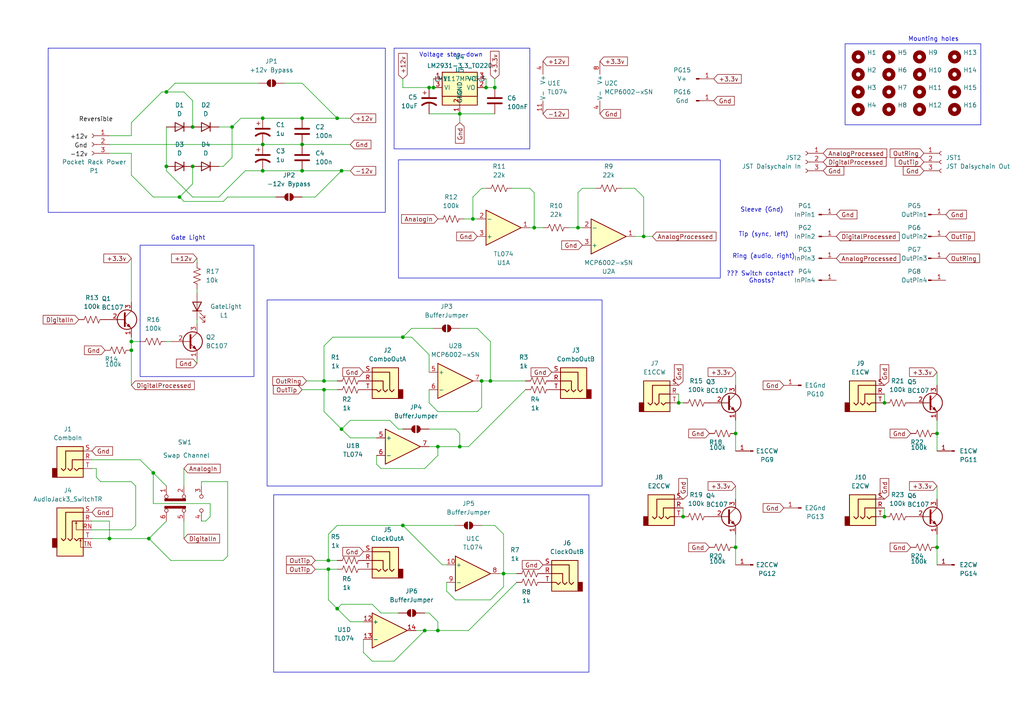
<source format=kicad_sch>
(kicad_sch (version 20231120) (generator "eeschema") (generator_version "8.0")
  (paper "A4")
  (lib_symbols
    (symbol "Amplifier_Operational:MCP6002-xSN" (pin_names (offset 0.127))
      (property "Reference" "U" (at 0 5.08 0))
      (property "Value" "MCP6002-xSN" (at 0 -5.08 0))
      (symbol "MCP6002-xSN_1_1"
        (pin output line (at 7.62 0 180) (length 2.54) (name "~") (number "1"))
        (pin input line (at -7.62 -2.54 0) (length 2.54) (name "-") (number "2"))
        (pin input line (at -7.62 2.54 0) (length 2.54) (name "+") (number "3"))
      )
      (symbol "MCP6002-xSN_2_1"
        (pin input line (at -7.62 2.54 0) (length 2.54) (name "+") (number "5"))
        (pin input line (at -7.62 -2.54 0) (length 2.54) (name "-") (number "6"))
        (pin output line (at 7.62 0 180) (length 2.54) (name "~") (number "7"))
      )
      (symbol "MCP6002-xSN_3_1"
        (pin power_in line (at -2.54 -7.62 90) (length 3.81) (name "V-") (number "4"))
        (pin power_in line (at -2.54 7.62 270) (length 3.81) (name "V+") (number "8"))
      )
    )
    (symbol "Amplifier_Operational:TL074" (pin_names (offset 0.127))
      (property "Reference" "U" (at 0 5.08 0))
      (property "Value" "TL074" (at 0 -5.08 0))
      (symbol "TL074_1_1"
        (pin output line (at 7.62 0 180) (length 2.54) (name "~") (number "1"))
        (pin input line (at -7.62 -2.54 0) (length 2.54) (name "-") (number "2"))
        (pin input line (at -7.62 2.54 0) (length 2.54) (name "+") (number "3"))
      )
      (symbol "TL074_2_1"
        (pin input line (at -7.62 2.54 0) (length 2.54) (name "+") (number "5"))
        (pin input line (at -7.62 -2.54 0) (length 2.54) (name "-") (number "6"))
        (pin output line (at 7.62 0 180) (length 2.54) (name "~") (number "7"))
      )
      (symbol "TL074_3_1"
        (pin input line (at -7.62 2.54 0) (length 2.54) (name "+") (number "10"))
        (pin output line (at 7.62 0 180) (length 2.54) (name "~") (number "8"))
        (pin input line (at -7.62 -2.54 0) (length 2.54) (name "-") (number "9"))
      )
      (symbol "TL074_4_1"
        (pin input line (at -7.62 2.54 0) (length 2.54) (name "+") (number "12"))
        (pin input line (at -7.62 -2.54 0) (length 2.54) (name "-") (number "13"))
        (pin output line (at 7.62 0 180) (length 2.54) (name "~") (number "14"))
      )
      (symbol "TL074_5_1"
        (pin power_in line (at -2.54 -7.62 90) (length 3.81) (name "V-") (number "11"))
        (pin power_in line (at -2.54 7.62 270) (length 3.81) (name "V+") (number "4"))
      )
    )
    (symbol "Connector:Conn_01x01_Pin" (pin_names (offset 1.016) hide)
      (property "Reference" "J" (at 0 2.54 0))
      (property "Value" "Conn_01x01_Pin" (at 0 -2.54 0))
      (symbol "Conn_01x01_Pin_1_1"
        (pin passive line (at 5.08 0 180) (length 3.81) (name "Pin_1") (number "1"))
      )
    )
    (symbol "Connector:Conn_01x03_Socket" (pin_names (offset 1.016) hide)
      (property "Reference" "J" (at 0 5.08 0))
      (property "Value" "Conn_01x03_Socket" (at 0 -5.08 0))
      (symbol "Conn_01x03_Socket_1_1"
        (pin passive line (at -5.08 2.54 0) (length 3.81) (name "Pin_1") (number "1"))
        (pin passive line (at -5.08 0 0) (length 3.81) (name "Pin_2") (number "2"))
        (pin passive line (at -5.08 -2.54 0) (length 3.81) (name "Pin_3") (number "3"))
      )
    )
    (symbol "Connector_Audio:AudioJack3"
      (property "Reference" "J" (at 0 8.89 0))
      (property "Value" "AudioJack3" (at 0 6.35 0))
      (symbol "AudioJack3_1_1"
        (pin passive line (at 5.08 0 180) (length 2.54) (name "~") (number "R"))
        (pin passive line (at 5.08 2.54 180) (length 2.54) (name "~") (number "S"))
        (pin passive line (at 5.08 -2.54 180) (length 2.54) (name "~") (number "T"))
      )
    )
    (symbol "Connector_Audio:AudioJack3_SwitchTR"
      (property "Reference" "J" (at 0 8.89 0))
      (property "Value" "AudioJack3_SwitchTR" (at 0 6.35 0))
      (symbol "AudioJack3_SwitchTR_1_1"
        (pin passive line (at 5.08 0 180) (length 2.54) (name "~") (number "R"))
        (pin passive line (at 5.08 -2.54 180) (length 2.54) (name "~") (number "RN"))
        (pin passive line (at 5.08 2.54 180) (length 2.54) (name "~") (number "S"))
        (pin passive line (at 5.08 -5.08 180) (length 2.54) (name "~") (number "T"))
        (pin passive line (at 5.08 -7.62 180) (length 2.54) (name "~") (number "TN"))
      )
    )
    (symbol "Device:C" (pin_numbers hide) (pin_names (offset 0.254))
      (property "Reference" "C" (at 0.635 2.54 0))
      (property "Value" "C" (at 0.635 -2.54 0))
      (symbol "C_1_1"
        (pin passive line (at 0 3.81 270) (length 2.794) (name "~") (number "1"))
        (pin passive line (at 0 -3.81 90) (length 2.794) (name "~") (number "2"))
      )
    )
    (symbol "Device:C_Polarized_US" (pin_numbers hide) (pin_names (offset 0.254) hide)
      (property "Reference" "C" (at 0.635 2.54 0))
      (property "Value" "C_Polarized_US" (at 0.635 -2.54 0))
      (symbol "C_Polarized_US_1_1"
        (pin passive line (at 0 3.81 270) (length 2.794) (name "~") (number "1"))
        (pin passive line (at 0 -3.81 90) (length 3.302) (name "~") (number "2"))
      )
    )
    (symbol "Device:D" (pin_numbers hide) (pin_names (offset 1.016) hide)
      (property "Reference" "D" (at 0 2.54 0))
      (property "Value" "D" (at 0 -2.54 0))
      (symbol "D_1_1"
        (pin passive line (at -3.81 0 0) (length 2.54) (name "K") (number "1"))
        (pin passive line (at 3.81 0 180) (length 2.54) (name "A") (number "2"))
      )
    )
    (symbol "Device:LED" (pin_numbers hide) (pin_names (offset 1.016) hide)
      (property "Reference" "D" (at 0 2.54 0))
      (property "Value" "LED" (at 0 -2.54 0))
      (symbol "LED_1_1"
        (pin passive line (at -3.81 0 0) (length 2.54) (name "K") (number "1"))
        (pin passive line (at 3.81 0 180) (length 2.54) (name "A") (number "2"))
      )
    )
    (symbol "Device:R_US" (pin_numbers hide) (pin_names (offset 0))
      (property "Reference" "R" (at 2.54 0 90))
      (property "Value" "R_US" (at -2.54 0 90))
      (symbol "R_US_1_1"
        (pin passive line (at 0 3.81 270) (length 1.27) (name "~") (number "1"))
        (pin passive line (at 0 -3.81 90) (length 1.27) (name "~") (number "2"))
      )
    )
    (symbol "Jumper:SolderJumper_2_Open" (pin_numbers hide) (pin_names (offset 0) hide) (exclude_from_sim yes) (in_bom no)
      (property "Reference" "JP" (at 0 2.032 0))
      (property "Value" "SolderJumper_2_Open" (at 0 -2.54 0))
      (symbol "SolderJumper_2_Open_1_1"
        (pin passive line (at -3.81 0 0) (length 2.54) (name "A") (number "1"))
        (pin passive line (at 3.81 0 180) (length 2.54) (name "B") (number "2"))
      )
    )
    (symbol "Mechanical:MountingHole" (pin_names (offset 1.016))
      (property "Reference" "H" (at 0 5.08 0))
      (property "Value" "MountingHole" (at 0 3.175 0))
    )
    (symbol "Regulator_Linear:LM1117MP-3.3"
      (property "Reference" "U" (at -3.81 3.175 0))
      (property "Value" "LM1117MP-3.3" (at 0 3.175 0))
      (symbol "LM1117MP-3.3_1_1"
        (pin power_in line (at 0 -7.62 90) (length 2.54) (name "GND") (number "1"))
        (pin power_out line (at 7.62 0 180) (length 2.54) (name "VO") (number "2"))
        (pin power_in line (at -7.62 0 0) (length 2.54) (name "VI") (number "3"))
      )
    )
    (symbol "Regulator_Linear:LM2931-3.3_TO220" (pin_names (offset 0.254))
      (property "Reference" "U" (at -3.81 3.175 0))
      (property "Value" "LM2931-3.3_TO220" (at 0 3.175 0))
      (symbol "LM2931-3.3_TO220_1_1"
        (pin power_in line (at -7.62 0 0) (length 2.54) (name "VI") (number "1"))
        (pin power_in line (at 0 -7.62 90) (length 2.54) (name "GND") (number "2"))
        (pin power_out line (at 7.62 0 180) (length 2.54) (name "VO") (number "3"))
      )
    )
    (symbol "Switch:SW_Slide_DPDT" (pin_names (offset 0) hide)
      (property "Reference" "SW" (at 0 6.858 0))
      (property "Value" "SW_Slide_DPDT" (at 0 -8.128 0))
      (symbol "SW_Slide_DPDT_1_1"
        (pin passive line (at -5.08 5.08 0) (length 2.54) (name "A") (number "1"))
        (pin passive line (at -5.08 0 0) (length 2.54) (name "B") (number "2"))
        (pin passive line (at -5.08 -5.08 0) (length 2.54) (name "C") (number "3"))
        (pin passive line (at 5.08 -5.08 180) (length 2.54) (name "A") (number "4"))
        (pin passive line (at 5.08 0 180) (length 2.54) (name "B") (number "5"))
        (pin passive line (at 5.08 5.08 180) (length 2.54) (name "C") (number "6"))
      )
    )
    (symbol "Transistor_BJT:BC107" (pin_names (offset 0) hide)
      (property "Reference" "Q" (at 5.08 1.905 0))
      (property "Value" "BC107" (at 5.08 0 0))
      (symbol "BC107_1_1"
        (pin passive line (at 2.54 -5.08 90) (length 2.54) (name "E") (number "1"))
        (pin input line (at -5.08 0 0) (length 5.715) (name "B") (number "2"))
        (pin passive line (at 2.54 5.08 270) (length 2.54) (name "C") (number "3"))
      )
    )
  )
  (junction (at 48.26 26.67))
  (junction (at 127 182.88))
  (junction (at 167.64 66.04))
  (junction (at 140.97 25.4))
  (junction (at 87.63 41.91))
  (junction (at 198.12 149.86))
  (junction (at 133.35 129.54))
  (junction (at 137.16 63.5))
  (junction (at 116.84 152.4))
  (junction (at 52.07 57.15))
  (junction (at 38.1 101.6))
  (junction (at 143.51 25.4))
  (junction (at 99.06 49.53))
  (junction (at 99.06 124.46))
  (junction (at 95.25 165.1))
  (junction (at 186.69 68.58))
  (junction (at 196.85 116.84))
  (junction (at 93.98 110.49))
  (junction (at 142.24 110.49))
  (junction (at 55.88 48.26))
  (junction (at 154.94 66.04))
  (junction (at 97.79 34.29))
  (junction (at 44.45 137.16))
  (junction (at 271.78 158.75))
  (junction (at 38.1 99.06))
  (junction (at 146.05 166.37))
  (junction (at 87.63 34.29))
  (junction (at 116.84 97.79))
  (junction (at 67.31 36.83))
  (junction (at 55.88 36.83))
  (junction (at 43.18 156.21))
  (junction (at 213.36 125.73))
  (junction (at 95.25 162.56))
  (junction (at 256.54 116.84))
  (junction (at 76.2 49.53))
  (junction (at 133.35 33.02))
  (junction (at 76.2 41.91))
  (junction (at 139.7 110.49))
  (junction (at 213.36 158.75))
  (junction (at 271.78 125.73))
  (junction (at 123.19 182.88))
  (junction (at 127 129.54))
  (junction (at 31.75 156.21))
  (junction (at 87.63 49.53))
  (junction (at 124.46 25.4))
  (junction (at 256.54 149.86))
  (junction (at 97.79 176.53))
  (junction (at 76.2 34.29))
  (junction (at 125.73 25.4))
  (junction (at 93.98 113.03))
  (junction (at 48.26 48.26))
  (wire (pts (xy 93.98 110.49) (xy 97.79 110.49)))
  (wire (pts (xy 115.57 124.46) (xy 116.84 124.46)))
  (wire (pts (xy 39.37 152.4) (xy 39.37 140.97)))
  (wire (pts (xy 125.73 22.86) (xy 125.73 25.4)))
  (wire (pts (xy 113.03 121.92) (xy 101.6 121.92)))
  (wire (pts (xy 53.34 135.89) (xy 53.34 140.97)))
  (wire (pts (xy 143.51 152.4) (xy 146.05 154.94)))
  (wire (pts (xy 271.78 125.73) (xy 271.78 130.81)))
  (wire (pts (xy 123.19 177.8) (xy 124.46 177.8)))
  (wire (pts (xy 172.72 54.61) (xy 168.91 54.61)))
  (wire (pts (xy 142.24 110.49) (xy 152.4 110.49)))
  (wire (pts (xy 115.57 124.46) (xy 113.03 121.92)))
  (wire (pts (xy 31.75 41.91) (xy 76.2 41.91)))
  (wire (pts (xy 124.46 129.54) (xy 127 129.54)))
  (wire (pts (xy 138.43 119.38) (xy 127 119.38)))
  (wire (pts (xy 99.06 124.46) (xy 93.98 119.38)))
  (wire (pts (xy 116.84 152.4) (xy 132.08 152.4)))
  (wire (pts (xy 110.49 135.89) (xy 123.19 135.89)))
  (wire (pts (xy 142.24 99.06) (xy 142.24 110.49)))
  (wire (pts (xy 139.7 152.4) (xy 143.51 152.4)))
  (wire (pts (xy 26.67 156.21) (xy 31.75 156.21)))
  (wire (pts (xy 143.51 22.86) (xy 143.51 25.4)))
  (wire (pts (xy 154.94 66.04) (xy 157.48 66.04)))
  (wire (pts (xy 271.78 107.95) (xy 271.78 111.76)))
  (wire (pts (xy 153.67 66.04) (xy 154.94 66.04)))
  (wire (pts (xy 38.1 99.06) (xy 40.64 99.06)))
  (wire (pts (xy 57.15 76.2) (xy 57.15 74.93)))
  (wire (pts (xy 95.25 154.94) (xy 95.25 162.56)))
  (wire (pts (xy 44.45 137.16) (xy 48.26 140.97)))
  (wire (pts (xy 57.15 92.71) (xy 57.15 93.98)))
  (wire (pts (xy 95.25 162.56) (xy 97.79 162.56)))
  (wire (pts (xy 63.5 36.83) (xy 67.31 36.83)))
  (wire (pts (xy 116.84 152.4) (xy 97.79 152.4)))
  (wire (pts (xy 38.1 50.8) (xy 44.45 57.15)))
  (wire (pts (xy 142.24 173.99) (xy 146.05 170.18)))
  (wire (pts (xy 119.38 97.79) (xy 116.84 97.79)))
  (wire (pts (xy 127 180.34) (xy 127 182.88)))
  (wire (pts (xy 105.41 189.23) (xy 107.95 191.77)))
  (wire (pts (xy 101.6 34.29) (xy 97.79 34.29)))
  (wire (pts (xy 38.1 74.93) (xy 38.1 87.63)))
  (wire (pts (xy 76.2 49.53) (xy 87.63 49.53)))
  (wire (pts (xy 140.97 54.61) (xy 139.7 54.61)))
  (wire (pts (xy 93.98 100.33) (xy 93.98 110.49)))
  (wire (pts (xy 137.16 63.5) (xy 138.43 63.5)))
  (wire (pts (xy 196.85 114.3) (xy 196.85 116.84)))
  (wire (pts (xy 38.1 97.79) (xy 38.1 99.06)))
  (wire (pts (xy 74.93 24.13) (xy 50.8 24.13)))
  (wire (pts (xy 137.16 57.15) (xy 137.16 63.5)))
  (wire (pts (xy 67.31 36.83) (xy 67.31 45.72)))
  (wire (pts (xy 116.84 152.4) (xy 128.27 163.83)))
  (wire (pts (xy 124.46 33.02) (xy 133.35 33.02)))
  (wire (pts (xy 115.57 177.8) (xy 110.49 177.8)))
  (wire (pts (xy 58.42 139.7) (xy 58.42 140.97)))
  (wire (pts (xy 64.77 162.56) (xy 49.53 162.56)))
  (wire (pts (xy 26.67 133.35) (xy 40.64 133.35)))
  (wire (pts (xy 213.36 140.97) (xy 213.36 144.78)))
  (wire (pts (xy 138.43 95.25) (xy 142.24 99.06)))
  (wire (pts (xy 154.94 55.88) (xy 154.94 66.04)))
  (wire (pts (xy 64.77 48.26) (xy 67.31 45.72)))
  (wire (pts (xy 95.25 165.1) (xy 95.25 173.99)))
  (wire (pts (xy 123.19 135.89) (xy 127 132.08)))
  (wire (pts (xy 63.5 48.26) (xy 64.77 48.26)))
  (wire (pts (xy 76.2 34.29) (xy 69.85 34.29)))
  (wire (pts (xy 133.35 33.02) (xy 143.51 33.02)))
  (wire (pts (xy 133.35 35.56) (xy 133.35 33.02)))
  (wire (pts (xy 119.38 95.25) (xy 116.84 97.79)))
  (wire (pts (xy 213.36 158.75) (xy 213.36 163.83)))
  (wire (pts (xy 43.18 156.21) (xy 48.26 151.13)))
  (wire (pts (xy 93.98 113.03) (xy 97.79 113.03)))
  (wire (pts (xy 66.04 139.7) (xy 66.04 161.29)))
  (wire (pts (xy 48.26 26.67) (xy 46.99 26.67)))
  (wire (pts (xy 135.89 129.54) (xy 152.4 113.03)))
  (wire (pts (xy 53.34 156.21) (xy 53.34 151.13)))
  (wire (pts (xy 109.22 132.08) (xy 109.22 134.62)))
  (wire (pts (xy 256.54 114.3) (xy 256.54 116.84)))
  (wire (pts (xy 87.63 57.15) (xy 91.44 57.15)))
  (wire (pts (xy 139.7 110.49) (xy 142.24 110.49)))
  (wire (pts (xy 87.63 24.13) (xy 97.79 34.29)))
  (wire (pts (xy 63.5 57.15) (xy 71.12 49.53)))
  (wire (pts (xy 186.69 57.15) (xy 186.69 68.58)))
  (wire (pts (xy 39.37 140.97) (xy 38.1 139.7)))
  (wire (pts (xy 26.67 153.67) (xy 38.1 153.67)))
  (wire (pts (xy 109.22 127) (xy 101.6 127)))
  (wire (pts (xy 58.42 151.13) (xy 59.69 151.13)))
  (wire (pts (xy 60.96 146.05) (xy 60.96 149.86)))
  (wire (pts (xy 198.12 116.84) (xy 196.85 116.84)))
  (wire (pts (xy 116.84 22.86) (xy 116.84 25.4)))
  (wire (pts (xy 31.75 39.37) (xy 38.1 39.37)))
  (wire (pts (xy 105.41 185.42) (xy 105.41 189.23)))
  (wire (pts (xy 87.63 41.91) (xy 101.6 41.91)))
  (wire (pts (xy 49.53 162.56) (xy 43.18 156.21)))
  (wire (pts (xy 48.26 48.26) (xy 48.26 49.53)))
  (wire (pts (xy 91.44 162.56) (xy 95.25 162.56)))
  (wire (pts (xy 26.67 151.13) (xy 31.75 151.13)))
  (wire (pts (xy 127 129.54) (xy 133.35 129.54)))
  (wire (pts (xy 114.3 191.77) (xy 123.19 182.88)))
  (wire (pts (xy 198.12 147.32) (xy 198.12 149.86)))
  (wire (pts (xy 101.6 180.34) (xy 97.79 176.53)))
  (wire (pts (xy 31.75 151.13) (xy 31.75 156.21)))
  (wire (pts (xy 87.63 49.53) (xy 99.06 49.53)))
  (wire (pts (xy 27.94 135.89) (xy 26.67 135.89)))
  (wire (pts (xy 184.15 68.58) (xy 186.69 68.58)))
  (wire (pts (xy 167.64 66.04) (xy 165.1 66.04)))
  (wire (pts (xy 38.1 153.67) (xy 39.37 152.4)))
  (wire (pts (xy 82.55 24.13) (xy 87.63 24.13)))
  (wire (pts (xy 66.04 161.29) (xy 64.77 162.56)))
  (wire (pts (xy 123.19 182.88) (xy 127 182.88)))
  (wire (pts (xy 55.88 57.15) (xy 63.5 57.15)))
  (wire (pts (xy 38.1 99.06) (xy 38.1 101.6)))
  (wire (pts (xy 146.05 166.37) (xy 144.78 166.37)))
  (wire (pts (xy 271.78 121.92) (xy 271.78 125.73)))
  (wire (pts (xy 40.64 133.35) (xy 44.45 137.16)))
  (wire (pts (xy 116.84 97.79) (xy 96.52 97.79)))
  (wire (pts (xy 76.2 41.91) (xy 87.63 41.91)))
  (wire (pts (xy 132.08 173.99) (xy 142.24 173.99)))
  (wire (pts (xy 88.9 110.49) (xy 93.98 110.49)))
  (wire (pts (xy 44.45 146.05) (xy 60.96 146.05)))
  (wire (pts (xy 189.23 68.58) (xy 186.69 68.58)))
  (wire (pts (xy 146.05 154.94) (xy 146.05 166.37)))
  (wire (pts (xy 271.78 158.75) (xy 271.78 163.83)))
  (wire (pts (xy 213.36 121.92) (xy 213.36 125.73)))
  (wire (pts (xy 48.26 49.53) (xy 55.88 57.15)))
  (wire (pts (xy 71.12 49.53) (xy 76.2 49.53)))
  (wire (pts (xy 133.35 129.54) (xy 135.89 129.54)))
  (wire (pts (xy 93.98 113.03) (xy 93.98 119.38)))
  (wire (pts (xy 149.86 168.91) (xy 135.89 182.88)))
  (wire (pts (xy 124.46 107.95) (xy 124.46 102.87)))
  (wire (pts (xy 59.69 151.13) (xy 60.96 149.86)))
  (wire (pts (xy 153.67 54.61) (xy 154.94 55.88)))
  (wire (pts (xy 125.73 95.25) (xy 119.38 95.25)))
  (wire (pts (xy 124.46 25.4) (xy 125.73 25.4)))
  (wire (pts (xy 139.7 54.61) (xy 137.16 57.15)))
  (wire (pts (xy 95.25 165.1) (xy 97.79 165.1)))
  (wire (pts (xy 29.21 139.7) (xy 38.1 139.7)))
  (wire (pts (xy 58.42 139.7) (xy 66.04 139.7)))
  (wire (pts (xy 148.59 54.61) (xy 153.67 54.61)))
  (wire (pts (xy 97.79 34.29) (xy 87.63 34.29)))
  (wire (pts (xy 53.34 26.67) (xy 48.26 26.67)))
  (wire (pts (xy 168.91 66.04) (xy 167.64 66.04)))
  (wire (pts (xy 110.49 177.8) (xy 107.95 175.26)))
  (wire (pts (xy 101.6 127) (xy 99.06 124.46)))
  (wire (pts (xy 256.54 147.32) (xy 256.54 149.86)))
  (wire (pts (xy 44.45 137.16) (xy 44.45 146.05)))
  (wire (pts (xy 213.36 107.95) (xy 213.36 111.76)))
  (wire (pts (xy 271.78 140.97) (xy 271.78 144.78)))
  (wire (pts (xy 69.85 34.29) (xy 67.31 36.83)))
  (wire (pts (xy 38.1 44.45) (xy 38.1 50.8)))
  (wire (pts (xy 127 129.54) (xy 127 132.08)))
  (wire (pts (xy 213.36 154.94) (xy 213.36 158.75)))
  (wire (pts (xy 107.95 191.77) (xy 114.3 191.77)))
  (wire (pts (xy 66.04 57.15) (xy 64.77 58.42)))
  (wire (pts (xy 31.75 44.45) (xy 38.1 44.45)))
  (wire (pts (xy 184.15 54.61) (xy 186.69 57.15)))
  (wire (pts (xy 53.34 58.42) (xy 52.07 57.15)))
  (wire (pts (xy 27.94 135.89) (xy 27.94 138.43)))
  (wire (pts (xy 96.52 97.79) (xy 93.98 100.33)))
  (wire (pts (xy 97.79 176.53) (xy 95.25 173.99)))
  (wire (pts (xy 139.7 110.49) (xy 139.7 118.11)))
  (wire (pts (xy 271.78 154.94) (xy 271.78 158.75)))
  (wire (pts (xy 134.62 63.5) (xy 137.16 63.5)))
  (wire (pts (xy 52.07 57.15) (xy 55.88 53.34)))
  (wire (pts (xy 87.63 113.03) (xy 93.98 113.03)))
  (wire (pts (xy 57.15 105.41) (xy 57.15 104.14)))
  (wire (pts (xy 168.91 54.61) (xy 167.64 55.88)))
  (wire (pts (xy 55.88 48.26) (xy 55.88 53.34)))
  (wire (pts (xy 38.1 101.6) (xy 38.1 111.76)))
  (wire (pts (xy 124.46 124.46) (xy 132.08 124.46)))
  (wire (pts (xy 109.22 134.62) (xy 110.49 135.89)))
  (wire (pts (xy 133.35 125.73) (xy 133.35 129.54)))
  (wire (pts (xy 55.88 36.83) (xy 55.88 29.21)))
  (wire (pts (xy 44.45 57.15) (xy 52.07 57.15)))
  (wire (pts (xy 107.95 175.26) (xy 99.06 175.26)))
  (wire (pts (xy 213.36 125.73) (xy 213.36 130.81)))
  (wire (pts (xy 133.35 95.25) (xy 138.43 95.25)))
  (wire (pts (xy 87.63 34.29) (xy 76.2 34.29)))
  (wire (pts (xy 124.46 102.87) (xy 119.38 97.79)))
  (wire (pts (xy 105.41 180.34) (xy 101.6 180.34)))
  (wire (pts (xy 129.54 171.45) (xy 132.08 173.99)))
  (wire (pts (xy 38.1 35.56) (xy 46.99 26.67)))
  (wire (pts (xy 149.86 166.37) (xy 146.05 166.37)))
  (wire (pts (xy 129.54 168.91) (xy 129.54 171.45)))
  (wire (pts (xy 139.7 118.11) (xy 138.43 119.38)))
  (wire (pts (xy 99.06 175.26) (xy 97.79 176.53)))
  (wire (pts (xy 140.97 22.86) (xy 140.97 25.4)))
  (wire (pts (xy 180.34 54.61) (xy 184.15 54.61)))
  (wire (pts (xy 140.97 25.4) (xy 143.51 25.4)))
  (wire (pts (xy 127 119.38) (xy 124.46 116.84)))
  (wire (pts (xy 38.1 35.56) (xy 38.1 39.37)))
  (wire (pts (xy 48.26 99.06) (xy 49.53 99.06)))
  (wire (pts (xy 31.75 156.21) (xy 43.18 156.21)))
  (wire (pts (xy 91.44 57.15) (xy 99.06 49.53)))
  (wire (pts (xy 55.88 29.21) (xy 53.34 26.67)))
  (wire (pts (xy 146.05 166.37) (xy 146.05 170.18)))
  (wire (pts (xy 97.79 152.4) (xy 95.25 154.94)))
  (wire (pts (xy 124.46 113.03) (xy 124.46 116.84)))
  (wire (pts (xy 80.01 57.15) (xy 66.04 57.15)))
  (wire (pts (xy 101.6 121.92) (xy 99.06 124.46)))
  (wire (pts (xy 48.26 36.83) (xy 48.26 48.26)))
  (wire (pts (xy 29.21 139.7) (xy 27.94 138.43)))
  (wire (pts (xy 116.84 25.4) (xy 124.46 25.4)))
  (wire (pts (xy 99.06 49.53) (xy 101.6 49.53)))
  (wire (pts (xy 127 182.88) (xy 135.89 182.88)))
  (wire (pts (xy 50.8 24.13) (xy 48.26 26.67)))
  (wire (pts (xy 133.35 30.48) (xy 133.35 33.02)))
  (wire (pts (xy 120.65 182.88) (xy 123.19 182.88)))
  (wire (pts (xy 132.08 124.46) (xy 133.35 125.73)))
  (wire (pts (xy 167.64 55.88) (xy 167.64 66.04)))
  (wire (pts (xy 91.44 165.1) (xy 95.25 165.1)))
  (wire (pts (xy 129.54 163.83) (xy 128.27 163.83)))
  (wire (pts (xy 57.15 85.09) (xy 57.15 83.82)))
  (wire (pts (xy 64.77 58.42) (xy 53.34 58.42)))
  (wire (pts (xy 124.46 177.8) (xy 127 180.34)))
  (rectangle (start 77.47 86.995) (end 174.625 140.97))
  (rectangle (start 79.375 143.51) (end 170.815 194.945))
  (rectangle (start 114.3 13.97) (end 153.67 43.18))
  (rectangle (start 13.97 13.97) (end 111.76 61.595))
  (rectangle (start 40.64 71.12) (end 73.66 109.22))
  (rectangle (start 245.11 12.7) (end 284.48 36.195))
  (rectangle (start 115.57 46.355) (end 208.915 80.645))
  (text "Mounting holes" (at 270.764 11.43 0) (effects (font (size 1.27 1.27))))
  (text "??? Switch contact? \nGhosts?" (at 220.98 80.518 0) (effects (font (size 1.27 1.27))))
  (text "Ring (audio, right)" (at 221.488 74.422 0) (effects (font (size 1.27 1.27))))
  (text "Gate Light" (at 49.53 69.85 0) (effects (font (size 1.27 1.27)) (justify left bottom)))
  (text "Voltage step-down" (at 130.81 16.002 0) (effects (font (size 1.27 1.27))))
  (text "Sleeve (Gnd)" (at 220.98 60.96 0) (effects (font (size 1.27 1.27))))
  (text "Tip (sync, left)" (at 221.488 68.072 0) (effects (font (size 1.27 1.27))))
  (label "-12v" (at 20.32 45.72 0))
  (label "Reversible" (at 22.86 35.56 0))
  (label "Gnd" (at 21.59 43.18 0))
  (label "+12v" (at 20.32 40.64 0))
  (global_label "OutRing" (shape input) (at 274.32 74.93 0) (property "Intersheetrefs" "${INTERSHEET_REFS}" (effects (hide yes))))
  (global_label "Gnd" (shape input) (at 256.54 111.76 90) (property "Intersheetrefs" "${INTERSHEET_REFS}" (effects (hide yes))))
  (global_label "AnalogIn" (shape input) (at 127 63.5 180) (property "Intersheetrefs" "${INTERSHEET_REFS}" (effects (hide yes))))
  (global_label "+12v" (shape input) (at 157.48 17.78 0) (property "Intersheetrefs" "${INTERSHEET_REFS}" (effects (hide yes))))
  (global_label "DigitalIn" (shape input) (at 53.34 156.21 0) (property "Intersheetrefs" "${INTERSHEET_REFS}" (effects (hide yes))))
  (global_label "Gnd" (shape input) (at 205.74 158.75 180) (property "Intersheetrefs" "${INTERSHEET_REFS}" (effects (hide yes))))
  (global_label "Gnd" (shape input) (at 26.67 148.59 0) (property "Intersheetrefs" "${INTERSHEET_REFS}" (effects (hide yes))))
  (global_label "Gnd" (shape input) (at 138.43 68.58 180) (property "Intersheetrefs" "${INTERSHEET_REFS}" (effects (hide yes))))
  (global_label "DigitalProcessed" (shape input) (at 38.1 111.76 0) (property "Intersheetrefs" "${INTERSHEET_REFS}" (effects (hide yes))))
  (global_label "Gnd" (shape input) (at 227.33 111.76 180) (property "Intersheetrefs" "${INTERSHEET_REFS}" (effects (hide yes))))
  (global_label "DigitalIn" (shape input) (at 22.86 92.71 180) (property "Intersheetrefs" "${INTERSHEET_REFS}" (effects (hide yes))))
  (global_label "+3.3v" (shape input) (at 213.36 107.95 180) (property "Intersheetrefs" "${INTERSHEET_REFS}" (effects (hide yes))))
  (global_label "Gnd" (shape input) (at 238.76 49.53 0) (property "Intersheetrefs" "${INTERSHEET_REFS}" (effects (hide yes))))
  (global_label "+3.3v" (shape input) (at 143.51 22.86 90) (property "Intersheetrefs" "${INTERSHEET_REFS}" (effects (hide yes))))
  (global_label "Gnd" (shape input) (at 26.67 130.81 0) (property "Intersheetrefs" "${INTERSHEET_REFS}" (effects (hide yes))))
  (global_label "+12v" (shape input) (at 101.6 34.29 0) (property "Intersheetrefs" "${INTERSHEET_REFS}" (effects (hide yes))))
  (global_label "Gnd" (shape input) (at 227.33 147.32 180) (property "Intersheetrefs" "${INTERSHEET_REFS}" (effects (hide yes))))
  (global_label "Gnd" (shape input) (at 105.41 160.02 180) (property "Intersheetrefs" "${INTERSHEET_REFS}" (effects (hide yes))))
  (global_label "OutTip" (shape input) (at 274.32 68.58 0) (property "Intersheetrefs" "${INTERSHEET_REFS}" (effects (hide yes))))
  (global_label "OutRing" (shape input) (at 267.97 44.45 180) (property "Intersheetrefs" "${INTERSHEET_REFS}" (effects (hide yes))))
  (global_label "OutTip" (shape input) (at 91.44 162.56 180) (property "Intersheetrefs" "${INTERSHEET_REFS}" (effects (hide yes))))
  (global_label "Gnd" (shape input) (at 57.15 105.41 180) (property "Intersheetrefs" "${INTERSHEET_REFS}" (effects (hide yes))))
  (global_label "Gnd" (shape input) (at 173.99 33.02 0) (property "Intersheetrefs" "${INTERSHEET_REFS}" (effects (hide yes))))
  (global_label "+12v" (shape input) (at 57.15 74.93 180) (property "Intersheetrefs" "${INTERSHEET_REFS}" (effects (hide yes))))
  (global_label "DigitalProcessed" (shape input) (at 238.76 46.99 0) (property "Intersheetrefs" "${INTERSHEET_REFS}" (effects (hide yes))))
  (global_label "Gnd" (shape input) (at 105.41 107.95 180) (property "Intersheetrefs" "${INTERSHEET_REFS}" (effects (hide yes))))
  (global_label "Gnd" (shape input) (at 196.85 111.76 90) (property "Intersheetrefs" "${INTERSHEET_REFS}" (effects (hide yes))))
  (global_label "OutRing" (shape input) (at 88.9 110.49 180) (property "Intersheetrefs" "${INTERSHEET_REFS}" (effects (hide yes))))
  (global_label "+3.3v" (shape input) (at 173.99 17.78 0) (property "Intersheetrefs" "${INTERSHEET_REFS}" (effects (hide yes))))
  (global_label "OutTip" (shape input) (at 91.44 165.1 180) (property "Intersheetrefs" "${INTERSHEET_REFS}" (effects (hide yes))))
  (global_label "+3.3v" (shape input) (at 207.01 22.86 0) (property "Intersheetrefs" "${INTERSHEET_REFS}" (effects (hide yes))))
  (global_label "OutTip" (shape input) (at 87.63 113.03 180) (property "Intersheetrefs" "${INTERSHEET_REFS}" (effects (hide yes))))
  (global_label "Gnd" (shape input) (at 274.32 62.23 0) (property "Intersheetrefs" "${INTERSHEET_REFS}" (effects (hide yes))))
  (global_label "AnalogProcessed" (shape input) (at 238.76 44.45 0) (property "Intersheetrefs" "${INTERSHEET_REFS}" (effects (hide yes))))
  (global_label "Gnd" (shape input) (at 168.91 71.12 180) (property "Intersheetrefs" "${INTERSHEET_REFS}" (effects (hide yes))))
  (global_label "+3.3v" (shape input) (at 271.78 107.95 180) (property "Intersheetrefs" "${INTERSHEET_REFS}" (effects (hide yes))))
  (global_label "AnalogIn" (shape input) (at 53.34 135.89 0) (property "Intersheetrefs" "${INTERSHEET_REFS}" (effects (hide yes))))
  (global_label "+12v" (shape input) (at 116.84 22.86 90) (property "Intersheetrefs" "${INTERSHEET_REFS}" (effects (hide yes))))
  (global_label "Gnd" (shape input) (at 101.6 41.91 0) (property "Intersheetrefs" "${INTERSHEET_REFS}" (effects (hide yes))))
  (global_label "Gnd" (shape input) (at 264.16 158.75 180) (property "Intersheetrefs" "${INTERSHEET_REFS}" (effects (hide yes))))
  (global_label "Gnd" (shape input) (at 207.01 29.21 0) (property "Intersheetrefs" "${INTERSHEET_REFS}" (effects (hide yes))))
  (global_label "Gnd" (shape input) (at 267.97 49.53 180) (property "Intersheetrefs" "${INTERSHEET_REFS}" (effects (hide yes))))
  (global_label "Gnd" (shape input) (at 157.48 163.83 180) (property "Intersheetrefs" "${INTERSHEET_REFS}" (effects (hide yes))))
  (global_label "Gnd" (shape input) (at 256.54 144.78 90) (property "Intersheetrefs" "${INTERSHEET_REFS}" (effects (hide yes))))
  (global_label "Gnd" (shape input) (at 205.74 125.73 180) (property "Intersheetrefs" "${INTERSHEET_REFS}" (effects (hide yes))))
  (global_label "Gnd" (shape input) (at 198.12 144.78 90) (property "Intersheetrefs" "${INTERSHEET_REFS}" (effects (hide yes))))
  (global_label "Gnd" (shape input) (at 30.48 101.6 180) (property "Intersheetrefs" "${INTERSHEET_REFS}" (effects (hide yes))))
  (global_label "-12v" (shape input) (at 101.6 49.53 0) (property "Intersheetrefs" "${INTERSHEET_REFS}" (effects (hide yes))))
  (global_label "Gnd" (shape input) (at 133.35 35.56 270) (property "Intersheetrefs" "${INTERSHEET_REFS}" (effects (hide yes))))
  (global_label "+3.3v" (shape input) (at 38.1 74.93 180) (property "Intersheetrefs" "${INTERSHEET_REFS}" (effects (hide yes))))
  (global_label "AnalogProcessed" (shape input) (at 242.57 74.93 0) (property "Intersheetrefs" "${INTERSHEET_REFS}" (effects (hide yes))))
  (global_label "AnalogProcessed" (shape input) (at 189.23 68.58 0) (property "Intersheetrefs" "${INTERSHEET_REFS}" (effects (hide yes))))
  (global_label "Gnd" (shape input) (at 264.16 125.73 180) (property "Intersheetrefs" "${INTERSHEET_REFS}" (effects (hide yes))))
  (global_label "DigitalProcessed" (shape input) (at 242.57 68.58 0) (property "Intersheetrefs" "${INTERSHEET_REFS}" (effects (hide yes))))
  (global_label "+3.3v" (shape input) (at 213.36 140.97 180) (property "Intersheetrefs" "${INTERSHEET_REFS}" (effects (hide yes))))
  (global_label "Gnd" (shape input) (at 242.57 62.23 0) (property "Intersheetrefs" "${INTERSHEET_REFS}" (effects (hide yes))))
  (global_label "+3.3v" (shape input) (at 271.78 140.97 180) (property "Intersheetrefs" "${INTERSHEET_REFS}" (effects (hide yes))))
  (global_label "Gnd" (shape input) (at 160.02 107.95 180) (property "Intersheetrefs" "${INTERSHEET_REFS}" (effects (hide yes))))
  (global_label "OutTip" (shape input) (at 267.97 46.99 180) (property "Intersheetrefs" "${INTERSHEET_REFS}" (effects (hide yes))))
  (global_label "-12v" (shape input) (at 157.48 33.02 0) (property "Intersheetrefs" "${INTERSHEET_REFS}" (effects (hide yes))))
  (symbol (lib_id "Mechanical:MountingHole") (at 248.92 16.51 0) (unit 1)
    (property "Reference" "H1" (at 251.46 15.2399 0) (effects (justify left)))
    (property "Value" "MountingHole" (effects (hide yes)))
    (property "Footprint" "MountingHole:MountingHole_2.2mm_M2" (effects (hide yes)))
    (property "Description" "Mounting Hole without connection" (effects (hide yes)))
  )
  (symbol (lib_id "Mechanical:MountingHole") (at 257.81 31.75 0) (unit 1)
    (property "Reference" "H8" (at 260.35 30.4799 0) (effects (justify left)))
    (property "Value" "MountingHole" (effects (hide yes)))
    (property "Footprint" "MountingHole:MountingHole_2.2mm_M2" (effects (hide yes)))
    (property "Description" "Mounting Hole without connection" (effects (hide yes)))
  )
  (symbol (lib_id "Device:R_US") (at 144.78 54.61 90) (unit 1)
    (property "Reference" "R11" (at 144.78 48.26 90))
    (property "Value" "22k" (at 144.78 50.8 90))
    (property "Footprint" "Resistor_SMD:R_0805_2012Metric_Pad1.20x1.40mm_HandSolder" (effects (hide yes)))
    (property "Description" "Resistor, US symbol" (effects (hide yes)))
  )
  (symbol (lib_id "Device:R_US") (at 176.53 54.61 90) (unit 1)
    (property "Reference" "R9" (at 176.53 48.26 90))
    (property "Value" "22k" (at 176.53 50.8 90))
    (property "Footprint" "Resistor_SMD:R_0805_2012Metric_Pad1.20x1.40mm_HandSolder" (effects (hide yes)))
    (property "Description" "Resistor, US symbol" (effects (hide yes)))
  )
  (symbol (lib_id "Device:C_Polarized_US") (at 76.2 38.1 0) (unit 1)
    (property "Reference" "C1" (at 80.01 36.1949 0) (effects (justify left)))
    (property "Value" "1u" (at 80.01 38.7349 0) (effects (justify left)))
    (property "Footprint" "Capacitor_Tantalum_SMD:CP_EIA-3216-10_Kemet-I_Pad1.58x1.35mm_HandSolder" (effects (hide yes)))
    (property "Description" "Polarized capacitor, US symbol" (effects (hide yes)))
  )
  (symbol (lib_id "Device:R_US") (at 101.6 110.49 90) (unit 1)
    (property "Reference" "R1" (at 97.282 103.632 90))
    (property "Value" "1k" (at 97.282 106.172 90))
    (property "Footprint" "Resistor_SMD:R_0805_2012Metric_Pad1.20x1.40mm_HandSolder" (effects (hide yes)))
    (property "Description" "Resistor, US symbol" (effects (hide yes)))
  )
  (symbol (lib_id "Device:R_US") (at 260.35 149.86 270) (unit 1)
    (property "Reference" "R23" (at 260.35 143.51 90))
    (property "Value" "100k" (at 260.35 146.05 90))
    (property "Footprint" "Resistor_SMD:R_0805_2012Metric_Pad1.20x1.40mm_HandSolder" (effects (hide yes)))
    (property "Description" "Resistor, US symbol" (effects (hide yes)))
  )
  (symbol (lib_id "Connector_Audio:AudioJack3") (at 191.77 114.3 0) (unit 1)
    (property "Reference" "J7" (at 189.865 105.41 0))
    (property "Value" "E1CCW" (at 189.865 107.95 0))
    (property "Footprint" "0_Favorites:Jack_3.5mm_QingPu_WQP-PJ301CM" (effects (hide yes)))
    (property "Description" "Audio Jack, 3 Poles (Stereo / TRS)" (effects (hide yes)))
  )
  (symbol (lib_id "Device:R_US") (at 209.55 158.75 90) (unit 1)
    (property "Reference" "R20" (at 209.55 161.29 90) (effects (justify left)))
    (property "Value" "100k" (at 210.566 162.814 90) (effects (justify left)))
    (property "Footprint" "Resistor_SMD:R_0805_2012Metric_Pad1.20x1.40mm_HandSolder" (effects (hide yes)))
    (property "Description" "Resistor, US symbol" (effects (hide yes)))
  )
  (symbol (lib_id "Regulator_Linear:LM1117MP-3.3") (at 133.35 25.4 0) (unit 1)
    (property "Reference" "U5" (at 133.35 20.32 0))
    (property "Value" "LM1117MP-3.3" (at 133.35 22.86 0))
    (property "Footprint" "Package_TO_SOT_SMD:SOT-223-3_TabPin2" (effects (hide yes)))
    (property "Datasheet" "http://www.ti.com/lit/ds/symlink/lm1117.pdf" (effects (hide yes)))
    (property "Description" "800mA Low-Dropout Linear Regulator, 3.3V fixed output, SOT-223" (effects (hide yes)))
  )
  (symbol (lib_id "Connector:Conn_01x01_Pin") (at 237.49 74.93 0) (unit 1)
    (property "Reference" "PG3" (at 233.426 72.39 0))
    (property "Value" "InPin3" (at 233.426 74.93 0))
    (property "Footprint" "Connector_PinHeader_2.00mm:PinHeader_1x01_P2.00mm_Vertical" (effects (hide yes)))
    (property "Description" "Generic connector, single row, 01x01, script generated" (effects (hide yes)))
  )
  (symbol (lib_id "Mechanical:MountingHole") (at 257.81 26.67 0) (unit 1)
    (property "Reference" "H7" (at 260.35 25.3999 0) (effects (justify left)))
    (property "Value" "MountingHole" (effects (hide yes)))
    (property "Footprint" "MountingHole:MountingHole_2.2mm_M2" (effects (hide yes)))
    (property "Description" "Mounting Hole without connection" (effects (hide yes)))
  )
  (symbol (lib_id "Device:R_US") (at 101.6 165.1 90) (unit 1)
    (property "Reference" "R6" (at 100.584 167.894 90))
    (property "Value" "1k" (at 100.584 170.434 90))
    (property "Footprint" "Resistor_SMD:R_0805_2012Metric_Pad1.20x1.40mm_HandSolder" (effects (hide yes)))
    (property "Description" "Resistor, US symbol" (effects (hide yes)))
  )
  (symbol (lib_id "Device:R_US") (at 153.67 168.91 90) (unit 1)
    (property "Reference" "R8" (at 152.654 171.704 90))
    (property "Value" "1k" (at 152.654 174.244 90))
    (property "Footprint" "Resistor_SMD:R_0805_2012Metric_Pad1.20x1.40mm_HandSolder" (effects (hide yes)))
    (property "Description" "Resistor, US symbol" (effects (hide yes)))
  )
  (symbol (lib_id "Mechanical:MountingHole") (at 257.81 21.59 0) (unit 1)
    (property "Reference" "H6" (at 260.35 20.3199 0) (effects (justify left)))
    (property "Value" "MountingHole" (effects (hide yes)))
    (property "Footprint" "MountingHole:MountingHole_2.2mm_M2" (effects (hide yes)))
    (property "Description" "Mounting Hole without connection" (effects (hide yes)))
  )
  (symbol (lib_id "Jumper:SolderJumper_2_Open") (at 129.54 95.25 0) (unit 1) (exclude_from_sim yes) (in_bom no)
    (property "Reference" "JP3" (at 129.54 88.9 0))
    (property "Value" "BufferJumper" (at 129.54 91.44 0))
    (property "Footprint" "Jumper:SolderJumper-2_P1.3mm_Open_RoundedPad1.0x1.5mm" (effects (hide yes)))
    (property "Description" "Solder Jumper, 2-pole, open" (effects (hide yes)))
  )
  (symbol (lib_id "Mechanical:MountingHole") (at 276.86 26.67 0) (unit 1)
    (property "Reference" "H15" (at 279.4 25.3999 0) (effects (justify left)))
    (property "Value" "MountingHole" (effects (hide yes)))
    (property "Footprint" "MountingHole:MountingHole_2.2mm_M2" (effects (hide yes)))
    (property "Description" "Mounting Hole without connection" (effects (hide yes)))
  )
  (symbol (lib_id "Connector:Conn_01x01_Pin") (at 232.41 147.32 180) (unit 1)
    (property "Reference" "PG13" (at 236.474 149.86 0))
    (property "Value" "E2Gnd" (at 236.474 147.32 0))
    (property "Footprint" "Connector_PinHeader_2.00mm:PinHeader_1x01_P2.00mm_Vertical" (effects (hide yes)))
    (property "Description" "Generic connector, single row, 01x01, script generated" (effects (hide yes)))
  )
  (symbol (lib_id "Device:R_US") (at 260.35 116.84 270) (unit 1)
    (property "Reference" "R21" (at 260.35 110.49 90))
    (property "Value" "100k" (at 260.35 113.03 90))
    (property "Footprint" "Resistor_SMD:R_0805_2012Metric_Pad1.20x1.40mm_HandSolder" (effects (hide yes)))
    (property "Description" "Resistor, US symbol" (effects (hide yes)))
  )
  (symbol (lib_id "Mechanical:MountingHole") (at 276.86 21.59 0) (unit 1)
    (property "Reference" "H14" (at 279.4 20.3199 0) (effects (justify left)))
    (property "Value" "MountingHole" (effects (hide yes)))
    (property "Footprint" "MountingHole:MountingHole_2.2mm_M2" (effects (hide yes)))
    (property "Description" "Mounting Hole without connection" (effects (hide yes)))
  )
  (symbol (lib_id "Device:R_US") (at 201.93 149.86 270) (unit 1)
    (property "Reference" "R19" (at 201.93 143.51 90))
    (property "Value" "100k" (at 201.93 146.05 90))
    (property "Footprint" "Resistor_SMD:R_0805_2012Metric_Pad1.20x1.40mm_HandSolder" (effects (hide yes)))
    (property "Description" "Resistor, US symbol" (effects (hide yes)))
  )
  (symbol (lib_id "Mechanical:MountingHole") (at 266.7 21.59 0) (unit 1)
    (property "Reference" "H10" (at 269.24 20.3199 0) (effects (justify left)))
    (property "Value" "MountingHole" (effects (hide yes)))
    (property "Footprint" "MountingHole:MountingHole_2.2mm_M2" (effects (hide yes)))
    (property "Description" "Mounting Hole without connection" (effects (hide yes)))
  )
  (symbol (lib_id "Connector_Audio:AudioJack3") (at 110.49 110.49 0) (mirror y) (unit 1)
    (property "Reference" "J2" (at 112.395 101.6 0))
    (property "Value" "ComboOutA" (at 112.395 104.14 0))
    (property "Footprint" "0_Favorites:Jack_3.5mm_QingPu_WQP-PJ301CM" (effects (hide yes)))
    (property "Description" "Audio Jack, 3 Poles (Stereo / TRS)" (effects (hide yes)))
  )
  (symbol (lib_id "Mechanical:MountingHole") (at 248.92 26.67 0) (unit 1)
    (property "Reference" "H3" (at 251.46 25.3999 0) (effects (justify left)))
    (property "Value" "MountingHole" (effects (hide yes)))
    (property "Footprint" "MountingHole:MountingHole_2.2mm_M2" (effects (hide yes)))
    (property "Description" "Mounting Hole without connection" (effects (hide yes)))
  )
  (symbol (lib_id "Device:C_Polarized_US") (at 76.2 45.72 0) (unit 1)
    (property "Reference" "C3" (at 80.01 43.8149 0) (effects (justify left)))
    (property "Value" "1u" (at 80.01 46.3549 0) (effects (justify left)))
    (property "Footprint" "Capacitor_Tantalum_SMD:CP_EIA-3216-10_Kemet-I_Pad1.58x1.35mm_HandSolder" (effects (hide yes)))
    (property "Description" "Polarized capacitor, US symbol" (effects (hide yes)))
  )
  (symbol (lib_id "Connector_Audio:AudioJack3") (at 251.46 114.3 0) (unit 1)
    (property "Reference" "J9" (at 249.555 105.41 0))
    (property "Value" "E1CW" (at 249.555 107.95 0))
    (property "Footprint" "0_Favorites:Jack_3.5mm_QingPu_WQP-PJ301CM" (effects (hide yes)))
    (property "Description" "Audio Jack, 3 Poles (Stereo / TRS)" (effects (hide yes)))
  )
  (symbol (lib_id "Jumper:SolderJumper_2_Open") (at 120.65 124.46 0) (unit 1) (exclude_from_sim yes) (in_bom no)
    (property "Reference" "JP4" (at 120.65 118.11 0))
    (property "Value" "BufferJumper" (at 120.65 120.65 0))
    (property "Footprint" "Jumper:SolderJumper-2_P1.3mm_Open_RoundedPad1.0x1.5mm" (effects (hide yes)))
    (property "Description" "Solder Jumper, 2-pole, open" (effects (hide yes)))
  )
  (symbol (lib_id "Connector:Conn_01x01_Pin") (at 276.86 163.83 180) (unit 1)
    (property "Reference" "PG14" (at 280.924 166.37 0))
    (property "Value" "E2CW" (at 280.924 163.83 0))
    (property "Footprint" "Connector_PinHeader_2.00mm:PinHeader_1x01_P2.00mm_Vertical" (effects (hide yes)))
    (property "Description" "Generic connector, single row, 01x01, script generated" (effects (hide yes)))
  )
  (symbol (lib_id "Jumper:SolderJumper_2_Open") (at 83.82 57.15 0) (unit 1) (exclude_from_sim yes) (in_bom no)
    (property "Reference" "JP2" (at 83.82 50.8 0))
    (property "Value" "-12v Bypass" (at 83.82 53.34 0))
    (property "Footprint" "Jumper:SolderJumper-2_P1.3mm_Open_TrianglePad1.0x1.5mm" (effects (hide yes)))
    (property "Description" "Solder Jumper, 2-pole, open" (effects (hide yes)))
  )
  (symbol (lib_id "Regulator_Linear:LM2931-3.3_TO220") (at 133.35 22.86 0) (unit 1)
    (property "Reference" "U4" (at 133.35 16.51 0))
    (property "Value" "LM2931-3.3_TO220" (at 133.35 19.05 0))
    (property "Footprint" "Package_TO_SOT_THT:TO-220-3_Vertical" (effects (hide yes)))
    (property "Datasheet" "https://www.ti.com/lit/ds/symlink/lm2931-n.pdf" (effects (hide yes)))
    (property "Description" "Positive 100 mA 60V Linear Low Dropout Regulator, Fixed Output 3.3V, TO-220" (effects (hide yes)))
  )
  (symbol (lib_id "Mechanical:MountingHole") (at 266.7 16.51 0) (unit 1)
    (property "Reference" "H9" (at 269.24 15.2399 0) (effects (justify left)))
    (property "Value" "MountingHole" (effects (hide yes)))
    (property "Footprint" "MountingHole:MountingHole_2.2mm_M2" (effects (hide yes)))
    (property "Description" "Mounting Hole without connection" (effects (hide yes)))
  )
  (symbol (lib_id "Device:R_US") (at 161.29 66.04 90) (unit 1)
    (property "Reference" "R10" (at 161.29 59.69 90))
    (property "Value" "22k" (at 161.29 62.23 90))
    (property "Footprint" "Resistor_SMD:R_0805_2012Metric_Pad1.20x1.40mm_HandSolder" (effects (hide yes)))
    (property "Description" "Resistor, US symbol" (effects (hide yes)))
  )
  (symbol (lib_id "Jumper:SolderJumper_2_Open") (at 78.74 24.13 0) (unit 1) (exclude_from_sim yes) (in_bom no)
    (property "Reference" "JP1" (at 78.74 17.78 0))
    (property "Value" "+12v Bypass" (at 78.74 20.32 0))
    (property "Footprint" "Jumper:SolderJumper-2_P1.3mm_Open_TrianglePad1.0x1.5mm" (effects (hide yes)))
    (property "Description" "Solder Jumper, 2-pole, open" (effects (hide yes)))
  )
  (symbol (lib_id "Connector:Conn_01x01_Pin") (at 237.49 68.58 0) (unit 1)
    (property "Reference" "PG2" (at 233.426 66.04 0))
    (property "Value" "InPin2" (at 233.426 68.58 0))
    (property "Footprint" "Connector_PinHeader_2.00mm:PinHeader_1x01_P2.00mm_Vertical" (effects (hide yes)))
    (property "Description" "Generic connector, single row, 01x01, script generated" (effects (hide yes)))
  )
  (symbol (lib_id "Mechanical:MountingHole") (at 276.86 16.51 0) (unit 1)
    (property "Reference" "H13" (at 279.4 15.2399 0) (effects (justify left)))
    (property "Value" "MountingHole" (effects (hide yes)))
    (property "Footprint" "MountingHole:MountingHole_2.2mm_M2" (effects (hide yes)))
    (property "Description" "Mounting Hole without connection" (effects (hide yes)))
  )
  (symbol (lib_id "Connector:Conn_01x01_Pin") (at 237.49 81.28 0) (unit 1)
    (property "Reference" "PG4" (at 233.426 78.74 0))
    (property "Value" "InPin4" (at 233.426 81.28 0))
    (property "Footprint" "Connector_PinHeader_2.00mm:PinHeader_1x01_P2.00mm_Vertical" (effects (hide yes)))
    (property "Description" "Generic connector, single row, 01x01, script generated" (effects (hide yes)))
  )
  (symbol (lib_id "Mechanical:MountingHole") (at 276.86 31.75 0) (unit 1)
    (property "Reference" "H16" (at 279.4 30.4799 0) (effects (justify left)))
    (property "Value" "MountingHole" (effects (hide yes)))
    (property "Footprint" "MountingHole:MountingHole_2.2mm_M2" (effects (hide yes)))
    (property "Description" "Mounting Hole without connection" (effects (hide yes)))
  )
  (symbol (lib_id "Connector:Conn_01x01_Pin") (at 269.24 81.28 0) (unit 1)
    (property "Reference" "PG8" (at 265.176 78.74 0))
    (property "Value" "OutPin4" (at 265.176 81.28 0))
    (property "Footprint" "Connector_PinHeader_2.00mm:PinHeader_1x01_P2.00mm_Vertical" (effects (hide yes)))
    (property "Description" "Generic connector, single row, 01x01, script generated" (effects (hide yes)))
  )
  (symbol (lib_id "Connector:Conn_01x01_Pin") (at 269.24 62.23 0) (unit 1)
    (property "Reference" "PG5" (at 265.176 59.69 0))
    (property "Value" "OutPin1" (at 265.176 62.23 0))
    (property "Footprint" "Connector_PinHeader_2.00mm:PinHeader_1x01_P2.00mm_Vertical" (effects (hide yes)))
    (property "Description" "Generic connector, single row, 01x01, script generated" (effects (hide yes)))
  )
  (symbol (lib_id "Device:R_US") (at 153.67 166.37 90) (unit 1)
    (property "Reference" "R7" (at 149.352 159.512 90))
    (property "Value" "1k" (at 149.352 162.052 90))
    (property "Footprint" "Resistor_SMD:R_0805_2012Metric_Pad1.20x1.40mm_HandSolder" (effects (hide yes)))
    (property "Description" "Resistor, US symbol" (effects (hide yes)))
  )
  (symbol (lib_id "Device:D") (at 59.69 48.26 180) (unit 1)
    (property "Reference" "D4" (at 59.69 41.91 0))
    (property "Value" "D" (at 59.69 44.45 0))
    (property "Footprint" "Diode_SMD:D_0805_2012Metric_Pad1.15x1.40mm_HandSolder" (effects (hide yes)))
    (property "Description" "Diode" (effects (hide yes)))
    (property "Sim.Device" "D" (effects (hide yes)))
    (property "Sim.Pins" "1=K 2=A" (effects (hide yes)))
  )
  (symbol (lib_id "Connector:Conn_01x01_Pin") (at 218.44 130.81 180) (unit 1)
    (property "Reference" "PG9" (at 222.504 133.35 0))
    (property "Value" "E1CCW" (at 222.504 130.81 0))
    (property "Footprint" "Connector_PinHeader_2.00mm:PinHeader_1x01_P2.00mm_Vertical" (effects (hide yes)))
    (property "Description" "Generic connector, single row, 01x01, script generated" (effects (hide yes)))
  )
  (symbol (lib_id "Device:R_US") (at 34.29 101.6 90) (unit 1)
    (property "Reference" "R14" (at 34.29 104.14 90) (effects (justify left)))
    (property "Value" "100k" (at 35.306 105.664 90) (effects (justify left)))
    (property "Footprint" "Resistor_SMD:R_0805_2012Metric_Pad1.20x1.40mm_HandSolder" (effects (hide yes)))
    (property "Description" "Resistor, US symbol" (effects (hide yes)))
  )
  (symbol (lib_id "Connector_Audio:AudioJack3") (at 165.1 110.49 0) (mirror y) (unit 1)
    (property "Reference" "J3" (at 167.005 101.6 0))
    (property "Value" "ComboOutB" (at 167.005 104.14 0))
    (property "Footprint" "0_Favorites:Jack_3.5mm_QingPu_WQP-PJ301CM" (effects (hide yes)))
    (property "Description" "Audio Jack, 3 Poles (Stereo / TRS)" (effects (hide yes)))
  )
  (symbol (lib_id "Connector_Audio:AudioJack3") (at 110.49 162.56 0) (mirror y) (unit 1)
    (property "Reference" "J5" (at 112.395 153.67 0))
    (property "Value" "ClockOutA" (at 112.395 156.21 0))
    (property "Footprint" "0_Favorites:Jack_3.5mm_QingPu_WQP-PJ301CM" (effects (hide yes)))
    (property "Description" "Audio Jack, 3 Poles (Stereo / TRS)" (effects (hide yes)))
  )
  (symbol (lib_id "Amplifier_Operational:TL074") (at 146.05 66.04 0) (mirror x) (unit 1)
    (property "Reference" "U1" (at 146.05 76.2 0))
    (property "Value" "TL074" (at 146.05 73.66 0))
    (property "Footprint" "0_Favorites:SOIC-14_3.9x8.7mm_P1.27mm" (effects (hide yes)))
    (property "Datasheet" "http://www.ti.com/lit/ds/symlink/tl071.pdf" (effects (hide yes)))
    (property "Description" "Quad Low-Noise JFET-Input Operational Amplifiers, DIP-14/SOIC-14" (effects (hide yes)))
  )
  (symbol (lib_id "Connector:Conn_01x01_Pin") (at 269.24 68.58 0) (unit 1)
    (property "Reference" "PG6" (at 265.176 66.04 0))
    (property "Value" "OutPin2" (at 265.176 68.58 0))
    (property "Footprint" "Connector_PinHeader_2.00mm:PinHeader_1x01_P2.00mm_Vertical" (effects (hide yes)))
    (property "Description" "Generic connector, single row, 01x01, script generated" (effects (hide yes)))
  )
  (symbol (lib_id "Device:R_US") (at 267.97 125.73 90) (unit 1)
    (property "Reference" "R22" (at 267.97 128.27 90) (effects (justify left)))
    (property "Value" "100k" (at 268.986 129.794 90) (effects (justify left)))
    (property "Footprint" "Resistor_SMD:R_0805_2012Metric_Pad1.20x1.40mm_HandSolder" (effects (hide yes)))
    (property "Description" "Resistor, US symbol" (effects (hide yes)))
  )
  (symbol (lib_id "Device:LED") (at 57.15 88.9 90) (unit 1)
    (property "Reference" "L1" (at 63.754 91.44 90) (effects (justify right)))
    (property "Value" "GateLight" (at 60.96 88.9 90) (effects (justify right)))
    (property "Footprint" "LED_THT:LED_D3.0mm" (effects (hide yes)))
    (property "Description" "Light emitting diode" (effects (hide yes)))
  )
  (symbol (lib_id "Connector_Audio:AudioJack3") (at 193.04 147.32 0) (unit 1)
    (property "Reference" "J8" (at 191.135 138.43 0))
    (property "Value" "E2CCW" (at 191.135 140.97 0))
    (property "Footprint" "0_Favorites:Jack_3.5mm_QingPu_WQP-PJ301CM" (effects (hide yes)))
    (property "Description" "Audio Jack, 3 Poles (Stereo / TRS)" (effects (hide yes)))
  )
  (symbol (lib_id "Mechanical:MountingHole") (at 266.7 26.67 0) (unit 1)
    (property "Reference" "H11" (at 269.24 25.3999 0) (effects (justify left)))
    (property "Value" "MountingHole" (effects (hide yes)))
    (property "Footprint" "MountingHole:MountingHole_2.2mm_M2" (effects (hide yes)))
    (property "Description" "Mounting Hole without connection" (effects (hide yes)))
  )
  (symbol (lib_id "Mechanical:MountingHole") (at 266.7 31.75 0) (unit 1)
    (property "Reference" "H12" (at 269.24 30.4799 0) (effects (justify left)))
    (property "Value" "MountingHole" (effects (hide yes)))
    (property "Footprint" "MountingHole:MountingHole_2.2mm_M2" (effects (hide yes)))
    (property "Description" "Mounting Hole without connection" (effects (hide yes)))
  )
  (symbol (lib_id "Device:R_US") (at 101.6 113.03 90) (unit 1)
    (property "Reference" "R2" (at 100.584 115.824 90))
    (property "Value" "1k" (at 100.584 118.364 90))
    (property "Footprint" "Resistor_SMD:R_0805_2012Metric_Pad1.20x1.40mm_HandSolder" (effects (hide yes)))
    (property "Description" "Resistor, US symbol" (effects (hide yes)))
  )
  (symbol (lib_id "Mechanical:MountingHole") (at 248.92 21.59 0) (unit 1)
    (property "Reference" "H2" (at 251.46 20.3199 0) (effects (justify left)))
    (property "Value" "MountingHole" (effects (hide yes)))
    (property "Footprint" "MountingHole:MountingHole_2.2mm_M2" (effects (hide yes)))
    (property "Description" "Mounting Hole without connection" (effects (hide yes)))
  )
  (symbol (lib_id "Amplifier_Operational:TL074") (at 116.84 129.54 0) (unit 2)
    (property "Reference" "U1" (at 102.362 129.286 0))
    (property "Value" "TL074" (at 102.362 131.826 0))
    (property "Footprint" "0_Favorites:SOIC-14_3.9x8.7mm_P1.27mm" (effects (hide yes)))
    (property "Datasheet" "http://www.ti.com/lit/ds/symlink/tl071.pdf" (effects (hide yes)))
    (property "Description" "Quad Low-Noise JFET-Input Operational Amplifiers, DIP-14/SOIC-14" (effects (hide yes)))
  )
  (symbol (lib_id "Device:C") (at 87.63 45.72 0) (unit 1)
    (property "Reference" "C4" (at 91.44 44.4499 0) (effects (justify left)))
    (property "Value" "100n" (at 91.44 46.9899 0) (effects (justify left)))
    (property "Footprint" "Capacitor_SMD:C_0805_2012Metric_Pad1.18x1.45mm_HandSolder" (effects (hide yes)))
    (property "Description" "Unpolarized capacitor" (effects (hide yes)))
  )
  (symbol (lib_id "Device:R_US") (at 209.55 125.73 90) (unit 1)
    (property "Reference" "R18" (at 209.55 128.27 90) (effects (justify left)))
    (property "Value" "100k" (at 210.566 129.794 90) (effects (justify left)))
    (property "Footprint" "Resistor_SMD:R_0805_2012Metric_Pad1.20x1.40mm_HandSolder" (effects (hide yes)))
    (property "Description" "Resistor, US symbol" (effects (hide yes)))
  )
  (symbol (lib_id "Connector:Conn_01x01_Pin") (at 201.93 22.86 0) (unit 1)
    (property "Reference" "PG15" (at 197.866 20.32 0))
    (property "Value" "V+" (at 197.866 22.86 0))
    (property "Footprint" "Connector_PinHeader_2.00mm:PinHeader_1x01_P2.00mm_Vertical" (effects (hide yes)))
    (property "Description" "Generic connector, single row, 01x01, script generated" (effects (hide yes)))
  )
  (symbol (lib_id "Mechanical:MountingHole") (at 248.92 31.75 0) (unit 1)
    (property "Reference" "H4" (at 251.46 30.4799 0) (effects (justify left)))
    (property "Value" "MountingHole" (effects (hide yes)))
    (property "Footprint" "MountingHole:MountingHole_2.2mm_M2" (effects (hide yes)))
    (property "Description" "Mounting Hole without connection" (effects (hide yes)))
  )
  (symbol (lib_id "Connector_Audio:AudioJack3") (at 162.56 166.37 0) (mirror y) (unit 1)
    (property "Reference" "J6" (at 164.465 157.48 0))
    (property "Value" "ClockOutB" (at 164.465 160.02 0))
    (property "Footprint" "0_Favorites:Jack_3.5mm_QingPu_WQP-PJ301CM" (effects (hide yes)))
    (property "Description" "Audio Jack, 3 Poles (Stereo / TRS)" (effects (hide yes)))
  )
  (symbol (lib_id "Connector_Audio:AudioJack3") (at 21.59 133.35 0) (unit 1)
    (property "Reference" "J1" (at 19.685 124.46 0))
    (property "Value" "ComboIn" (at 19.685 127 0))
    (property "Footprint" "0_Favorites:Jack_3.5mm_QingPu_WQP-PJ301CM" (effects (hide yes)))
    (property "Description" "Audio Jack, 3 Poles (Stereo / TRS)" (effects (hide yes)))
  )
  (symbol (lib_id "Connector_Audio:AudioJack3") (at 251.46 147.32 0) (unit 1)
    (property "Reference" "J10" (at 249.555 138.43 0))
    (property "Value" "E2CW" (at 249.555 140.97 0))
    (property "Footprint" "0_Favorites:Jack_3.5mm_QingPu_WQP-PJ301CM" (effects (hide yes)))
    (property "Description" "Audio Jack, 3 Poles (Stereo / TRS)" (effects (hide yes)))
  )
  (symbol (lib_id "Connector:Conn_01x03_Socket") (at 273.05 46.99 0) (unit 1)
    (property "Reference" "JST1" (at 274.32 45.7199 0) (effects (justify left)))
    (property "Value" "JST Daisychain Out" (at 274.32 48.2599 0) (effects (justify left)))
    (property "Footprint" "Connector_JST:JST_XH_B3B-XH-A_1x03_P2.50mm_Vertical" (effects (hide yes)))
    (property "Description" "Generic connector, single row, 01x03, script generated" (effects (hide yes)))
  )
  (symbol (lib_id "Mechanical:MountingHole") (at 257.81 16.51 0) (unit 1)
    (property "Reference" "H5" (at 260.35 15.2399 0) (effects (justify left)))
    (property "Value" "MountingHole" (effects (hide yes)))
    (property "Footprint" "MountingHole:MountingHole_2.2mm_M2" (effects (hide yes)))
    (property "Description" "Mounting Hole without connection" (effects (hide yes)))
  )
  (symbol (lib_id "Device:R_US") (at 101.6 162.56 90) (unit 1)
    (property "Reference" "R5" (at 97.282 155.702 90))
    (property "Value" "1k" (at 97.282 158.242 90))
    (property "Footprint" "Resistor_SMD:R_0805_2012Metric_Pad1.20x1.40mm_HandSolder" (effects (hide yes)))
    (property "Description" "Resistor, US symbol" (effects (hide yes)))
  )
  (symbol (lib_id "Transistor_BJT:BC107") (at 269.24 116.84 0) (unit 1)
    (property "Reference" "Q5" (at 263.144 110.744 0) (effects (justify left)))
    (property "Value" "BC107" (at 263.144 113.284 0) (effects (justify left)))
    (property "Footprint" "Package_TO_SOT_SMD:SC-59_Handsoldering" (effects (hide yes)))
    (property "Datasheet" "http://www.b-kainka.de/Daten/Transistor/BC108.pdf" (effects (hide yes)))
    (property "Description" "0.1A Ic, 50V Vce, Low Noise General Purpose NPN Transistor, TO-18" (effects (hide yes)))
  )
  (symbol (lib_id "Amplifier_Operational:MCP6002-xSN") (at 132.08 110.49 0) (unit 2)
    (property "Reference" "U2" (at 132.08 100.33 0))
    (property "Value" "MCP6002-xSN" (at 132.08 102.87 0))
    (property "Footprint" "Package_SO:SOIC-8_3.9x4.9mm_P1.27mm" (effects (hide yes)))
    (property "Datasheet" "http://ww1.microchip.com/downloads/en/DeviceDoc/21733j.pdf" (effects (hide yes)))
    (property "Description" "1MHz, Low-Power Op Amp, SOIC-8" (effects (hide yes)))
  )
  (symbol (lib_id "Device:D") (at 52.07 36.83 180) (unit 1)
    (property "Reference" "D1" (at 52.07 30.48 0))
    (property "Value" "D" (at 52.07 33.02 0))
    (property "Footprint" "Diode_SMD:D_0805_2012Metric_Pad1.15x1.40mm_HandSolder" (effects (hide yes)))
    (property "Description" "Diode" (effects (hide yes)))
    (property "Sim.Device" "D" (effects (hide yes)))
    (property "Sim.Pins" "1=K 2=A" (effects (hide yes)))
  )
  (symbol (lib_id "Transistor_BJT:BC107") (at 54.61 99.06 0) (unit 1)
    (property "Reference" "Q2" (at 59.69 97.7899 0) (effects (justify left)))
    (property "Value" "BC107" (at 59.69 100.3299 0) (effects (justify left)))
    (property "Footprint" "Package_TO_SOT_SMD:SC-59_Handsoldering" (effects (hide yes)))
    (property "Datasheet" "http://www.b-kainka.de/Daten/Transistor/BC108.pdf" (effects (hide yes)))
    (property "Description" "0.1A Ic, 50V Vce, Low Noise General Purpose NPN Transistor, TO-18" (effects (hide yes)))
  )
  (symbol (lib_id "Device:C") (at 87.63 38.1 0) (unit 1)
    (property "Reference" "C2" (at 91.44 36.8299 0) (effects (justify left)))
    (property "Value" "100n" (at 91.44 39.3699 0) (effects (justify left)))
    (property "Footprint" "Capacitor_SMD:C_0805_2012Metric_Pad1.18x1.45mm_HandSolder" (effects (hide yes)))
    (property "Description" "Unpolarized capacitor" (effects (hide yes)))
  )
  (symbol (lib_id "Device:R_US") (at 201.93 116.84 270) (unit 1)
    (property "Reference" "R15" (at 201.93 110.49 90))
    (property "Value" "100k" (at 201.93 113.03 90))
    (property "Footprint" "Resistor_SMD:R_0805_2012Metric_Pad1.20x1.40mm_HandSolder" (effects (hide yes)))
    (property "Description" "Resistor, US symbol" (effects (hide yes)))
  )
  (symbol (lib_id "Transistor_BJT:BC107") (at 35.56 92.71 0) (unit 1)
    (property "Reference" "Q1" (at 29.464 86.614 0) (effects (justify left)))
    (property "Value" "BC107" (at 29.464 89.154 0) (effects (justify left)))
    (property "Footprint" "Package_TO_SOT_SMD:SC-59_Handsoldering" (effects (hide yes)))
    (property "Datasheet" "http://www.b-kainka.de/Daten/Transistor/BC108.pdf" (effects (hide yes)))
    (property "Description" "0.1A Ic, 50V Vce, Low Noise General Purpose NPN Transistor, TO-18" (effects (hide yes)))
  )
  (symbol (lib_id "Connector_Audio:AudioJack3_SwitchTR") (at 21.59 151.13 0) (unit 1)
    (property "Reference" "J4" (at 19.685 142.24 0))
    (property "Value" "AudioJack3_SwitchTR" (at 19.685 144.78 0))
    (property "Footprint" "0_Favorites:Jack_3.5mm_QingPu_WQP-PJ358" (effects (hide yes)))
    (property "Description" "Audio Jack, 3 Poles (Stereo / TRS), Switched TR Poles (Normalling)" (effects (hide yes)))
  )
  (symbol (lib_id "Connector:Conn_01x01_Pin") (at 269.24 74.93 0) (unit 1)
    (property "Reference" "PG7" (at 265.176 72.39 0))
    (property "Value" "OutPin3" (at 265.176 74.93 0))
    (property "Footprint" "Connector_PinHeader_2.00mm:PinHeader_1x01_P2.00mm_Vertical" (effects (hide yes)))
    (property "Description" "Generic connector, single row, 01x01, script generated" (effects (hide yes)))
  )
  (symbol (lib_id "Device:C_Polarized_US") (at 124.46 29.21 0) (unit 1)
    (property "Reference" "C5" (at 118.364 28.194 0) (effects (justify left)))
    (property "Value" "10uF" (at 116.332 30.734 0) (effects (justify left)))
    (property "Footprint" "Capacitor_SMD:C_0805_2012Metric_Pad1.18x1.45mm_HandSolder" (effects (hide yes)))
    (property "Description" "Polarized capacitor, US symbol" (effects (hide yes)))
  )
  (symbol (lib_id "Jumper:SolderJumper_2_Open") (at 135.89 152.4 0) (unit 1) (exclude_from_sim yes) (in_bom no)
    (property "Reference" "JP5" (at 135.89 146.05 0))
    (property "Value" "BufferJumper" (at 135.89 148.59 0))
    (property "Footprint" "Jumper:SolderJumper-2_P1.3mm_Open_RoundedPad1.0x1.5mm" (effects (hide yes)))
    (property "Description" "Solder Jumper, 2-pole, open" (effects (hide yes)))
  )
  (symbol (lib_id "Amplifier_Operational:TL074") (at 160.02 25.4 0) (unit 5)
    (property "Reference" "U1" (at 158.75 24.1299 0) (effects (justify left)))
    (property "Value" "TL074" (at 158.75 26.6699 0) (effects (justify left)))
    (property "Footprint" "0_Favorites:SOIC-14_3.9x8.7mm_P1.27mm" (effects (hide yes)))
    (property "Datasheet" "http://www.ti.com/lit/ds/symlink/tl071.pdf" (effects (hide yes)))
    (property "Description" "Quad Low-Noise JFET-Input Operational Amplifiers, DIP-14/SOIC-14" (effects (hide yes)))
  )
  (symbol (lib_id "Amplifier_Operational:TL074") (at 113.03 182.88 0) (unit 4)
    (property "Reference" "U1" (at 99.822 182.626 0))
    (property "Value" "TL074" (at 99.822 185.166 0))
    (property "Footprint" "0_Favorites:SOIC-14_3.9x8.7mm_P1.27mm" (effects (hide yes)))
    (property "Datasheet" "http://www.ti.com/lit/ds/symlink/tl071.pdf" (effects (hide yes)))
    (property "Description" "Quad Low-Noise JFET-Input Operational Amplifiers, DIP-14/SOIC-14" (effects (hide yes)))
  )
  (symbol (lib_id "Connector:Conn_01x03_Socket") (at 233.68 46.99 0) (mirror y) (unit 1)
    (property "Reference" "JST2" (at 232.41 45.7199 0) (effects (justify left)))
    (property "Value" "JST Daisychain In" (at 232.41 48.2599 0) (effects (justify left)))
    (property "Footprint" "Connector_JST:JST_XH_B3B-XH-A_1x03_P2.50mm_Vertical" (effects (hide yes)))
    (property "Description" "Generic connector, single row, 01x03, script generated" (effects (hide yes)))
  )
  (symbol (lib_id "Connector:Conn_01x01_Pin") (at 218.44 163.83 180) (unit 1)
    (property "Reference" "PG12" (at 222.504 166.37 0))
    (property "Value" "E2CCW" (at 222.504 163.83 0))
    (property "Footprint" "Connector_PinHeader_2.00mm:PinHeader_1x01_P2.00mm_Vertical" (effects (hide yes)))
    (property "Description" "Generic connector, single row, 01x01, script generated" (effects (hide yes)))
  )
  (symbol (lib_id "Connector:Conn_01x01_Pin") (at 237.49 62.23 0) (unit 1)
    (property "Reference" "PG1" (at 233.426 59.69 0))
    (property "Value" "InPin1" (at 233.426 62.23 0))
    (property "Footprint" "Connector_PinHeader_2.00mm:PinHeader_1x01_P2.00mm_Vertical" (effects (hide yes)))
    (property "Description" "Generic connector, single row, 01x01, script generated" (effects (hide yes)))
  )
  (symbol (lib_id "Transistor_BJT:BC107") (at 210.82 149.86 0) (unit 1)
    (property "Reference" "Q4" (at 204.724 143.764 0) (effects (justify left)))
    (property "Value" "BC107" (at 204.724 146.304 0) (effects (justify left)))
    (property "Footprint" "Package_TO_SOT_SMD:SC-59_Handsoldering" (effects (hide yes)))
    (property "Datasheet" "http://www.b-kainka.de/Daten/Transistor/BC108.pdf" (effects (hide yes)))
    (property "Description" "0.1A Ic, 50V Vce, Low Noise General Purpose NPN Transistor, TO-18" (effects (hide yes)))
  )
  (symbol (lib_id "Connector:Conn_01x03_Socket") (at 26.67 41.91 0) (mirror y) (unit 1)
    (property "Reference" "P1" (at 27.305 49.53 0))
    (property "Value" "Pocket Rack Power" (at 27.305 46.99 0))
    (property "Footprint" "Connector_Molex:Molex_SL_171971-0003_1x03_P2.54mm_Vertical" (effects (hide yes)))
    (property "Description" "Generic connector, single row, 01x03, script generated" (effects (hide yes)))
  )
  (symbol (lib_id "Device:R_US") (at 26.67 92.71 270) (unit 1)
    (property "Reference" "R13" (at 26.67 86.36 90))
    (property "Value" "100k" (at 26.67 88.9 90))
    (property "Footprint" "Resistor_SMD:R_0805_2012Metric_Pad1.20x1.40mm_HandSolder" (effects (hide yes)))
    (property "Description" "Resistor, US symbol" (effects (hide yes)))
  )
  (symbol (lib_id "Transistor_BJT:BC107") (at 210.82 116.84 0) (unit 1)
    (property "Reference" "Q3" (at 204.724 110.744 0) (effects (justify left)))
    (property "Value" "BC107" (at 204.724 113.284 0) (effects (justify left)))
    (property "Footprint" "Package_TO_SOT_SMD:SC-59_Handsoldering" (effects (hide yes)))
    (property "Datasheet" "http://www.b-kainka.de/Daten/Transistor/BC108.pdf" (effects (hide yes)))
    (property "Description" "0.1A Ic, 50V Vce, Low Noise General Purpose NPN Transistor, TO-18" (effects (hide yes)))
  )
  (symbol (lib_id "Device:R_US") (at 57.15 80.01 0) (unit 1)
    (property "Reference" "R17" (at 59.69 78.7399 0) (effects (justify left)))
    (property "Value" "10k" (at 59.69 81.2799 0) (effects (justify left)))
    (property "Footprint" "Resistor_SMD:R_0805_2012Metric_Pad1.20x1.40mm_HandSolder" (effects (hide yes)))
    (property "Description" "Resistor, US symbol" (effects (hide yes)))
  )
  (symbol (lib_id "Amplifier_Operational:TL074") (at 137.16 166.37 0) (unit 3)
    (property "Reference" "U1" (at 137.16 156.21 0))
    (property "Value" "TL074" (at 137.16 158.75 0))
    (property "Footprint" "0_Favorites:SOIC-14_3.9x8.7mm_P1.27mm" (effects (hide yes)))
    (property "Datasheet" "http://www.ti.com/lit/ds/symlink/tl071.pdf" (effects (hide yes)))
    (property "Description" "Quad Low-Noise JFET-Input Operational Amplifiers, DIP-14/SOIC-14" (effects (hide yes)))
  )
  (symbol (lib_id "Connector:Conn_01x01_Pin") (at 276.86 130.81 180) (unit 1)
    (property "Reference" "PG11" (at 280.924 133.35 0))
    (property "Value" "E1CW" (at 280.924 130.81 0))
    (property "Footprint" "Connector_PinHeader_2.00mm:PinHeader_1x01_P2.00mm_Vertical" (effects (hide yes)))
    (property "Description" "Generic connector, single row, 01x01, script generated" (effects (hide yes)))
  )
  (symbol (lib_id "Switch:SW_Slide_DPDT") (at 53.34 146.05 90) (mirror x) (unit 1)
    (property "Reference" "SW1" (at 51.562 128.27 90) (effects (justify right)))
    (property "Value" "Swap Channel" (at 47.244 132.08 90) (effects (justify right)))
    (property "Footprint" "Button_Switch_THT:SW_E-Switch_EG1271_SPDT" (effects (hide yes)))
    (property "Description" "Slide Switch, dual pole double throw" (effects (hide yes)))
  )
  (symbol (lib_id "Device:C") (at 143.51 29.21 0) (unit 1)
    (property "Reference" "C6" (at 147.066 28.448 0) (effects (justify left)))
    (property "Value" "100nF" (at 147.066 30.988 0) (effects (justify left)))
    (property "Footprint" "Capacitor_SMD:C_0805_2012Metric_Pad1.18x1.45mm_HandSolder" (effects (hide yes)))
    (property "Description" "Unpolarized capacitor" (effects (hide yes)))
  )
  (symbol (lib_id "Jumper:SolderJumper_2_Open") (at 119.38 177.8 0) (unit 1) (exclude_from_sim yes) (in_bom no)
    (property "Reference" "JP6" (at 119.38 171.45 0))
    (property "Value" "BufferJumper" (at 119.38 173.99 0))
    (property "Footprint" "Jumper:SolderJumper-2_P1.3mm_Open_RoundedPad1.0x1.5mm" (effects (hide yes)))
    (property "Description" "Solder Jumper, 2-pole, open" (effects (hide yes)))
  )
  (symbol (lib_id "Amplifier_Operational:MCP6002-xSN") (at 176.53 68.58 0) (mirror x) (unit 1)
    (property "Reference" "U2" (at 176.53 78.74 0))
    (property "Value" "MCP6002-xSN" (at 176.53 76.2 0))
    (property "Footprint" "Package_SO:SOIC-8_3.9x4.9mm_P1.27mm" (effects (hide yes)))
    (property "Datasheet" "http://ww1.microchip.com/downloads/en/DeviceDoc/21733j.pdf" (effects (hide yes)))
    (property "Description" "1MHz, Low-Power Op Amp, SOIC-8" (effects (hide yes)))
  )
  (symbol (lib_id "Amplifier_Operational:MCP6002-xSN") (at 176.53 25.4 0) (unit 3)
    (property "Reference" "U2" (at 175.26 24.1299 0) (effects (justify left)))
    (property "Value" "MCP6002-xSN" (at 175.26 26.6699 0) (effects (justify left)))
    (property "Footprint" "Package_SO:SOIC-8_3.9x4.9mm_P1.27mm" (effects (hide yes)))
    (property "Datasheet" "http://ww1.microchip.com/downloads/en/DeviceDoc/21733j.pdf" (effects (hide yes)))
    (property "Description" "1MHz, Low-Power Op Amp, SOIC-8" (effects (hide yes)))
  )
  (symbol (lib_id "Device:R_US") (at 44.45 99.06 90) (unit 1)
    (property "Reference" "R16" (at 44.45 92.71 90))
    (property "Value" "100k" (at 44.45 95.25 90))
    (property "Footprint" "Resistor_SMD:R_0805_2012Metric_Pad1.20x1.40mm_HandSolder" (effects (hide yes)))
    (property "Description" "Resistor, US symbol" (effects (hide yes)))
  )
  (symbol (lib_id "Device:D") (at 59.69 36.83 180) (unit 1)
    (property "Reference" "D2" (at 59.69 30.48 0))
    (property "Value" "D" (at 59.69 33.02 0))
    (property "Footprint" "Diode_SMD:D_0805_2012Metric_Pad1.15x1.40mm_HandSolder" (effects (hide yes)))
    (property "Description" "Diode" (effects (hide yes)))
    (property "Sim.Device" "D" (effects (hide yes)))
    (property "Sim.Pins" "1=K 2=A" (effects (hide yes)))
  )
  (symbol (lib_id "Device:R_US") (at 130.81 63.5 90) (unit 1)
    (property "Reference" "R12" (at 130.81 57.15 90))
    (property "Value" "100k" (at 130.81 59.69 90))
    (property "Footprint" "Resistor_SMD:R_0805_2012Metric_Pad1.20x1.40mm_HandSolder" (effects (hide yes)))
    (property "Description" "Resistor, US symbol" (effects (hide yes)))
  )
  (symbol (lib_id "Transistor_BJT:BC107") (at 269.24 149.86 0) (unit 1)
    (property "Reference" "Q6" (at 263.144 143.764 0) (effects (justify left)))
    (property "Value" "BC107" (at 263.144 146.304 0) (effects (justify left)))
    (property "Footprint" "Package_TO_SOT_SMD:SC-59_Handsoldering" (effects (hide yes)))
    (property "Datasheet" "http://www.b-kainka.de/Daten/Transistor/BC108.pdf" (effects (hide yes)))
    (property "Description" "0.1A Ic, 50V Vce, Low Noise General Purpose NPN Transistor, TO-18" (effects (hide yes)))
  )
  (symbol (lib_id "Device:R_US") (at 156.21 110.49 90) (unit 1)
    (property "Reference" "R3" (at 151.892 103.632 90))
    (property "Value" "1k" (at 151.892 106.172 90))
    (property "Footprint" "Resistor_SMD:R_0805_2012Metric_Pad1.20x1.40mm_HandSolder" (effects (hide yes)))
    (property "Description" "Resistor, US symbol" (effects (hide yes)))
  )
  (symbol (lib_id "Device:R_US") (at 267.97 158.75 90) (unit 1)
    (property "Reference" "R24" (at 267.97 161.29 90) (effects (justify left)))
    (property "Value" "100k" (at 268.986 162.814 90) (effects (justify left)))
    (property "Footprint" "Resistor_SMD:R_0805_2012Metric_Pad1.20x1.40mm_HandSolder" (effects (hide yes)))
    (property "Description" "Resistor, US symbol" (effects (hide yes)))
  )
  (symbol (lib_id "Connector:Conn_01x01_Pin") (at 201.93 29.21 0) (unit 1)
    (property "Reference" "PG16" (at 197.866 26.67 0))
    (property "Value" "Gnd" (at 197.866 29.21 0))
    (property "Footprint" "Connector_PinHeader_2.00mm:PinHeader_1x01_P2.00mm_Vertical" (effects (hide yes)))
    (property "Description" "Generic connector, single row, 01x01, script generated" (effects (hide yes)))
  )
  (symbol (lib_id "Device:R_US") (at 156.21 113.03 90) (unit 1)
    (property "Reference" "R4" (at 155.194 115.824 90))
    (property "Value" "1k" (at 155.194 118.364 90))
    (property "Footprint" "Resistor_SMD:R_0805_2012Metric_Pad1.20x1.40mm_HandSolder" (effects (hide yes)))
    (property "Description" "Resistor, US symbol" (effects (hide yes)))
  )
  (symbol (lib_id "Connector:Conn_01x01_Pin") (at 232.41 111.76 180) (unit 1)
    (property "Reference" "PG10" (at 236.474 114.3 0))
    (property "Value" "E1Gnd" (at 236.474 111.76 0))
    (property "Footprint" "Connector_PinHeader_2.00mm:PinHeader_1x01_P2.00mm_Vertical" (effects (hide yes)))
    (property "Description" "Generic connector, single row, 01x01, script generated" (effects (hide yes)))
  )
  (symbol (lib_id "Device:D") (at 52.07 48.26 180) (unit 1)
    (property "Reference" "D3" (at 52.07 41.91 0))
    (property "Value" "D" (at 52.07 44.45 0))
    (property "Footprint" "Diode_SMD:D_0805_2012Metric_Pad1.15x1.40mm_HandSolder" (effects (hide yes)))
    (property "Description" "Diode" (effects (hide yes)))
    (property "Sim.Device" "D" (effects (hide yes)))
    (property "Sim.Pins" "1=K 2=A" (effects (hide yes)))
  )
)
</source>
